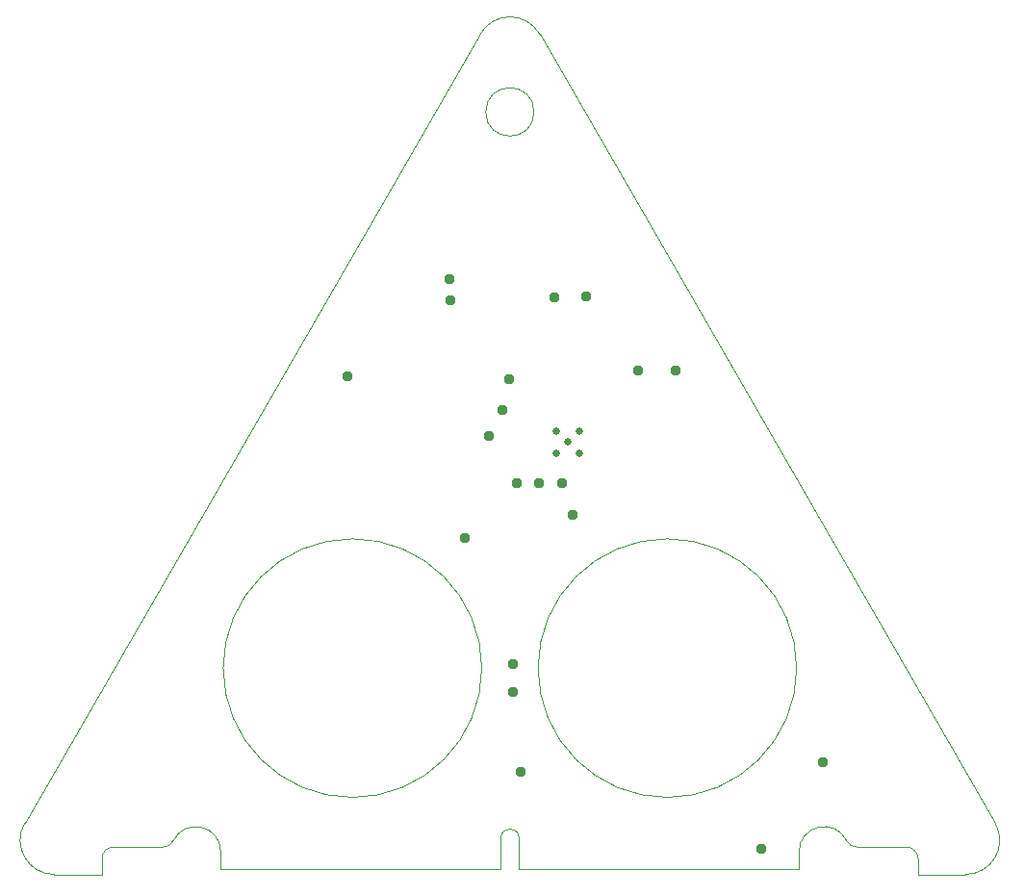
<source format=gbs>
G04*
G04 #@! TF.GenerationSoftware,Altium Limited,Altium Designer,19.0.12 (326)*
G04*
G04 Layer_Color=16711935*
%FSLAX44Y44*%
%MOMM*%
G71*
G01*
G75*
%ADD19C,0.0500*%
%ADD76C,0.6480*%
%ADD142C,0.9500*%
D19*
X422136Y640793D02*
G03*
X422136Y640793I-21250J0D01*
G01*
X426867Y709393D02*
G03*
X374905Y709393I-25981J-15000D01*
G01*
X-25992Y15018D02*
G03*
X-11Y-29982I25981J-15000D01*
G01*
X376136Y151476D02*
G03*
X376136Y151476I-113750J0D01*
G01*
X653136D02*
G03*
X653136Y151476I-113750J0D01*
G01*
X801784Y-29982D02*
G03*
X827764Y15018I0J30000D01*
G01*
X759783Y-15982D02*
G03*
X749783Y-5982I-10000J0D01*
G01*
X697066Y-357D02*
G03*
X655284Y-9982I-19783J-9625D01*
G01*
X697066Y-357D02*
G03*
X706059Y-5982I8992J4375D01*
G01*
X408886Y2018D02*
G03*
X392886Y2018I-8000J0D01*
G01*
X146489Y-9982D02*
G03*
X104706Y-357I-22000J0D01*
G01*
X95714Y-5982D02*
G03*
X104706Y-357I0J10000D01*
G01*
X51989Y-5982D02*
G03*
X41989Y-15982I0J-10000D01*
G01*
X-25992Y15018D02*
X374905Y709393D01*
X-11Y-29982D02*
X41989D01*
X426867Y709393D02*
X827764Y15018D01*
X759783Y-29982D02*
X801784D01*
X759783D02*
Y-15982D01*
X706059Y-5982D02*
X749783D01*
X655284Y-24982D02*
Y-9982D01*
X408886Y-24982D02*
X655284D01*
X408886D02*
Y2018D01*
X392886Y-24982D02*
Y2018D01*
X146489Y-24982D02*
X392886D01*
X51989Y-5982D02*
X95714D01*
X146489Y-24982D02*
Y-9982D01*
X41989Y-29982D02*
Y-15982D01*
D76*
X451698Y350270D02*
D03*
X461698Y340270D02*
D03*
X441698D02*
D03*
X461698Y360270D02*
D03*
X441698D02*
D03*
D142*
X447040Y314198D02*
D03*
X348742Y475488D02*
D03*
X407162Y313944D02*
D03*
X382778Y355854D02*
D03*
X393954Y378968D02*
D03*
X258064Y407924D02*
D03*
X403860Y130556D02*
D03*
X455804Y286004D02*
D03*
X361442Y265802D02*
D03*
X403860Y154940D02*
D03*
X399796Y405384D02*
D03*
X546354Y413258D02*
D03*
X676148Y68812D02*
D03*
X513588Y413258D02*
D03*
X468122Y478234D02*
D03*
X440182Y478028D02*
D03*
X622300Y-7366D02*
D03*
X347980Y494030D02*
D03*
X410246Y60560D02*
D03*
X426560Y314276D02*
D03*
M02*

</source>
